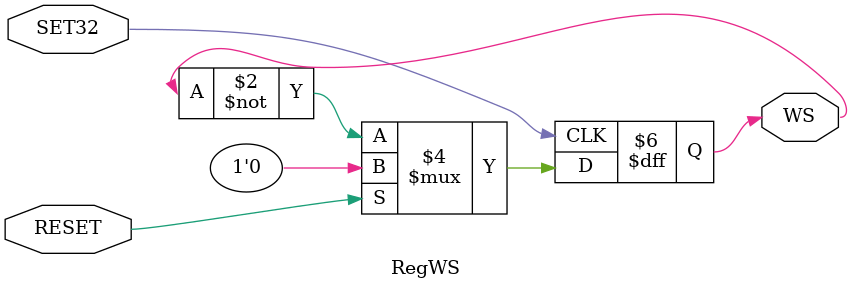
<source format=v>
module RegWS(RESET, SET32, WS);

	input wire RESET;
	input wire SET32;
	output reg WS;

	always@(negedge SET32)
	begin
		if(RESET)
			WS = 1'b0;
		else
			WS = ~WS;
	end

endmodule

</source>
